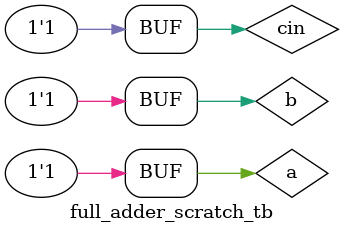
<source format=v>
module full_adder_scratch (sum, cout, a, b, cin);

    input a, b, cin;
    output sum, cout;
    wire w1, w2, w3;

    xor (w1, a, b);
    xor (sum, w1, cin);
    and (w2, cin, w1);
    and (w3, a, b);
    or (cout, w2, w3);

endmodule


module full_adder_scratch_tb ();

    reg a, b, cin;
    wire sum, cout;

    full_adder_scratch fa (sum, cout, a, b, cin);

    initial begin
        $dumpfile("full_adder_scratch.vcd");
        $dumpvars(0, full_adder_scratch_tb);
        a = 0; b = 0; cin = 0; #5;
        a = 0; b = 0; cin = 1; #5;
        a = 0; b = 1; cin = 0; #5;
        a = 0; b = 1; cin = 1; #5;
        a = 1; b = 0; cin = 0; #5;
        a = 1; b = 0; cin = 1; #5;
        a = 1; b = 1; cin = 0; #5;
        a = 1; b = 1; cin = 1; #5;
    end

endmodule
</source>
